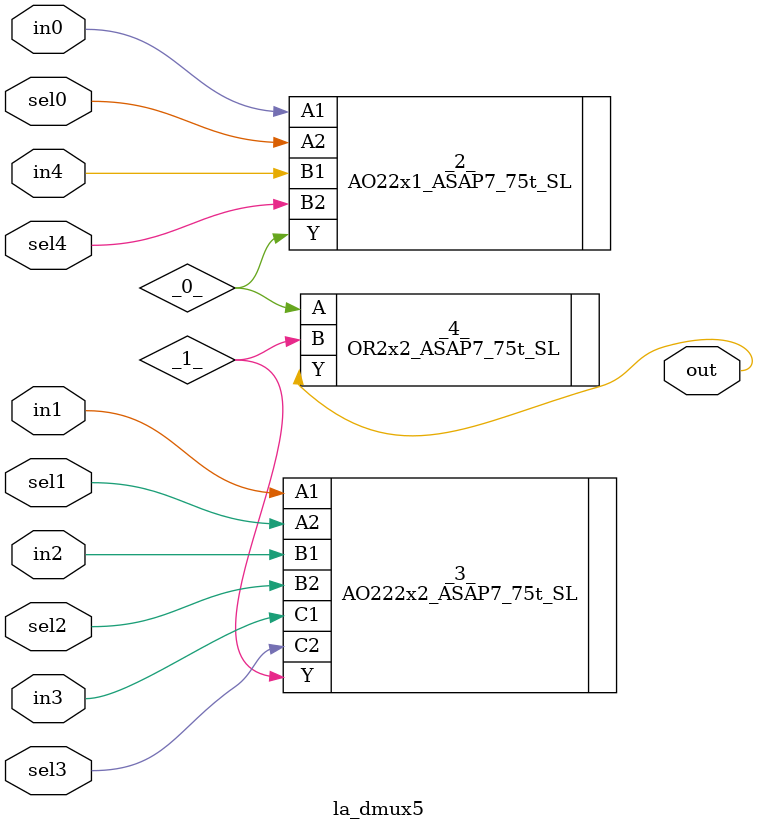
<source format=v>
/* Generated by Yosys 0.37 (git sha1 a5c7f69ed, clang 14.0.0-1ubuntu1.1 -fPIC -Os) */

module la_dmux5(sel4, sel3, sel2, sel1, sel0, in4, in3, in2, in1, in0, out);
  wire _0_;
  wire _1_;
  input in0;
  wire in0;
  input in1;
  wire in1;
  input in2;
  wire in2;
  input in3;
  wire in3;
  input in4;
  wire in4;
  output out;
  wire out;
  input sel0;
  wire sel0;
  input sel1;
  wire sel1;
  input sel2;
  wire sel2;
  input sel3;
  wire sel3;
  input sel4;
  wire sel4;
  AO22x1_ASAP7_75t_SL _2_ (
    .A1(in0),
    .A2(sel0),
    .B1(in4),
    .B2(sel4),
    .Y(_0_)
  );
  AO222x2_ASAP7_75t_SL _3_ (
    .A1(in1),
    .A2(sel1),
    .B1(in2),
    .B2(sel2),
    .C1(in3),
    .C2(sel3),
    .Y(_1_)
  );
  OR2x2_ASAP7_75t_SL _4_ (
    .A(_0_),
    .B(_1_),
    .Y(out)
  );
endmodule

</source>
